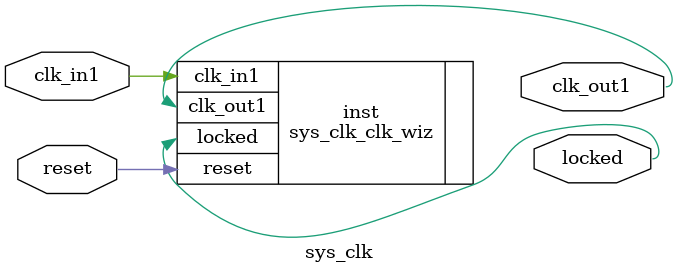
<source format=v>


`timescale 1ps/1ps

(* CORE_GENERATION_INFO = "sys_clk,clk_wiz_v6_0_4_0_0,{component_name=sys_clk,use_phase_alignment=true,use_min_o_jitter=false,use_max_i_jitter=false,use_dyn_phase_shift=false,use_inclk_switchover=false,use_dyn_reconfig=false,enable_axi=0,feedback_source=FDBK_AUTO,PRIMITIVE=MMCM,num_out_clk=1,clkin1_period=10.000,clkin2_period=10.000,use_power_down=false,use_reset=true,use_locked=true,use_inclk_stopped=false,feedback_type=SINGLE,CLOCK_MGR_TYPE=NA,manual_override=false}" *)

module sys_clk 
 (
  // Clock out ports
  output        clk_out1,
  // Status and control signals
  input         reset,
  output        locked,
 // Clock in ports
  input         clk_in1
 );

  sys_clk_clk_wiz inst
  (
  // Clock out ports  
  .clk_out1(clk_out1),
  // Status and control signals               
  .reset(reset), 
  .locked(locked),
 // Clock in ports
  .clk_in1(clk_in1)
  );

endmodule

</source>
